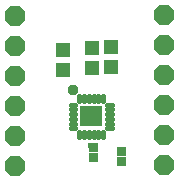
<source format=gbr>
G04 EAGLE Gerber RS-274X export*
G75*
%MOMM*%
%FSLAX34Y34*%
%LPD*%
%INSoldermask Top*%
%IPPOS*%
%AMOC8*
5,1,8,0,0,1.08239X$1,22.5*%
G01*
%ADD10C,0.258150*%
%ADD11R,1.903200X1.743200*%
%ADD12R,1.203200X1.303200*%
%ADD13R,0.743200X0.803200*%
%ADD14P,1.869504X8X22.500000*%
%ADD15P,1.869504X8X202.500000*%
%ADD16C,0.959600*%


D10*
X8461Y286735D02*
X14311Y286735D01*
X14311Y285085D01*
X8461Y285085D01*
X8461Y286735D01*
X8461Y290735D02*
X14311Y290735D01*
X14311Y289085D01*
X8461Y289085D01*
X8461Y290735D01*
X8461Y294735D02*
X14311Y294735D01*
X14311Y293085D01*
X8461Y293085D01*
X8461Y294735D01*
X8461Y298735D02*
X14311Y298735D01*
X14311Y297085D01*
X8461Y297085D01*
X8461Y298735D01*
X8461Y302735D02*
X14311Y302735D01*
X14311Y301085D01*
X8461Y301085D01*
X8461Y302735D01*
X8461Y306735D02*
X14311Y306735D01*
X14311Y305085D01*
X8461Y305085D01*
X8461Y306735D01*
X5111Y308435D02*
X5111Y314285D01*
X6761Y314285D01*
X6761Y308435D01*
X5111Y308435D01*
X5111Y310888D02*
X6761Y310888D01*
X6761Y313341D02*
X5111Y313341D01*
X1111Y314285D02*
X1111Y308435D01*
X1111Y314285D02*
X2761Y314285D01*
X2761Y308435D01*
X1111Y308435D01*
X1111Y310888D02*
X2761Y310888D01*
X2761Y313341D02*
X1111Y313341D01*
X-2889Y314285D02*
X-2889Y308435D01*
X-2889Y314285D02*
X-1239Y314285D01*
X-1239Y308435D01*
X-2889Y308435D01*
X-2889Y310888D02*
X-1239Y310888D01*
X-1239Y313341D02*
X-2889Y313341D01*
X-6889Y314285D02*
X-6889Y308435D01*
X-6889Y314285D02*
X-5239Y314285D01*
X-5239Y308435D01*
X-6889Y308435D01*
X-6889Y310888D02*
X-5239Y310888D01*
X-5239Y313341D02*
X-6889Y313341D01*
X-10889Y314285D02*
X-10889Y308435D01*
X-10889Y314285D02*
X-9239Y314285D01*
X-9239Y308435D01*
X-10889Y308435D01*
X-10889Y310888D02*
X-9239Y310888D01*
X-9239Y313341D02*
X-10889Y313341D01*
X-14889Y314285D02*
X-14889Y308435D01*
X-14889Y314285D02*
X-13239Y314285D01*
X-13239Y308435D01*
X-14889Y308435D01*
X-14889Y310888D02*
X-13239Y310888D01*
X-13239Y313341D02*
X-14889Y313341D01*
X-16589Y305085D02*
X-22439Y305085D01*
X-22439Y306735D01*
X-16589Y306735D01*
X-16589Y305085D01*
X-16589Y301085D02*
X-22439Y301085D01*
X-22439Y302735D01*
X-16589Y302735D01*
X-16589Y301085D01*
X-16589Y297085D02*
X-22439Y297085D01*
X-22439Y298735D01*
X-16589Y298735D01*
X-16589Y297085D01*
X-16589Y293085D02*
X-22439Y293085D01*
X-22439Y294735D01*
X-16589Y294735D01*
X-16589Y293085D01*
X-16589Y289085D02*
X-22439Y289085D01*
X-22439Y290735D01*
X-16589Y290735D01*
X-16589Y289085D01*
X-16589Y285085D02*
X-22439Y285085D01*
X-22439Y286735D01*
X-16589Y286735D01*
X-16589Y285085D01*
X-13239Y283385D02*
X-13239Y277535D01*
X-14889Y277535D01*
X-14889Y283385D01*
X-13239Y283385D01*
X-13239Y279988D02*
X-14889Y279988D01*
X-14889Y282441D02*
X-13239Y282441D01*
X-9239Y283385D02*
X-9239Y277535D01*
X-10889Y277535D01*
X-10889Y283385D01*
X-9239Y283385D01*
X-9239Y279988D02*
X-10889Y279988D01*
X-10889Y282441D02*
X-9239Y282441D01*
X-5239Y283385D02*
X-5239Y277535D01*
X-6889Y277535D01*
X-6889Y283385D01*
X-5239Y283385D01*
X-5239Y279988D02*
X-6889Y279988D01*
X-6889Y282441D02*
X-5239Y282441D01*
X-1239Y283385D02*
X-1239Y277535D01*
X-2889Y277535D01*
X-2889Y283385D01*
X-1239Y283385D01*
X-1239Y279988D02*
X-2889Y279988D01*
X-2889Y282441D02*
X-1239Y282441D01*
X2761Y283385D02*
X2761Y277535D01*
X1111Y277535D01*
X1111Y283385D01*
X2761Y283385D01*
X2761Y279988D02*
X1111Y279988D01*
X1111Y282441D02*
X2761Y282441D01*
X6761Y283385D02*
X6761Y277535D01*
X5111Y277535D01*
X5111Y283385D01*
X6761Y283385D01*
X6761Y279988D02*
X5111Y279988D01*
X5111Y282441D02*
X6761Y282441D01*
D11*
X-4064Y295910D03*
D12*
X12954Y337956D03*
X12954Y354956D03*
X-3302Y337194D03*
X-3302Y354194D03*
X-28194Y335416D03*
X-28194Y352416D03*
D13*
G36*
X25608Y261303D02*
X25633Y253873D01*
X17602Y253845D01*
X17577Y261275D01*
X25608Y261303D01*
G37*
G36*
X25578Y269903D02*
X25603Y262473D01*
X17572Y262445D01*
X17547Y269875D01*
X25578Y269903D01*
G37*
G36*
X1739Y264909D02*
X1855Y257479D01*
X-6175Y257353D01*
X-6291Y264783D01*
X1739Y264909D01*
G37*
G36*
X1603Y273507D02*
X1719Y266077D01*
X-6311Y265951D01*
X-6427Y273381D01*
X1603Y273507D01*
G37*
D14*
X57150Y381508D03*
X57150Y356108D03*
X57150Y330708D03*
X57150Y305308D03*
X57150Y279908D03*
X57150Y254508D03*
D15*
X-68326Y254254D03*
X-68326Y279654D03*
X-68326Y305054D03*
X-68326Y330454D03*
X-68326Y355854D03*
X-68326Y381254D03*
D16*
X-19812Y318262D03*
M02*

</source>
